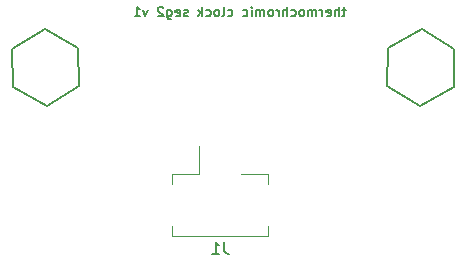
<source format=gbr>
G04 #@! TF.GenerationSoftware,KiCad,Pcbnew,(5.1.5)-3*
G04 #@! TF.CreationDate,2021-10-24T21:58:38+02:00*
G04 #@! TF.ProjectId,seg2,73656732-2e6b-4696-9361-645f70636258,1*
G04 #@! TF.SameCoordinates,Original*
G04 #@! TF.FileFunction,Legend,Bot*
G04 #@! TF.FilePolarity,Positive*
%FSLAX46Y46*%
G04 Gerber Fmt 4.6, Leading zero omitted, Abs format (unit mm)*
G04 Created by KiCad (PCBNEW (5.1.5)-3) date 2021-10-24 21:58:38*
%MOMM*%
%LPD*%
G04 APERTURE LIST*
%ADD10C,0.150000*%
%ADD11C,0.200000*%
%ADD12C,0.120000*%
%ADD13C,0.152400*%
%ADD14C,0.700000*%
G04 APERTURE END LIST*
D10*
X151109828Y-73132971D02*
X150805066Y-73132971D01*
X150995542Y-72866304D02*
X150995542Y-73552019D01*
X150957447Y-73628209D01*
X150881257Y-73666304D01*
X150805066Y-73666304D01*
X150538400Y-73666304D02*
X150538400Y-72866304D01*
X150195542Y-73666304D02*
X150195542Y-73247257D01*
X150233638Y-73171066D01*
X150309828Y-73132971D01*
X150424114Y-73132971D01*
X150500304Y-73171066D01*
X150538400Y-73209161D01*
X149509828Y-73628209D02*
X149586019Y-73666304D01*
X149738400Y-73666304D01*
X149814590Y-73628209D01*
X149852685Y-73552019D01*
X149852685Y-73247257D01*
X149814590Y-73171066D01*
X149738400Y-73132971D01*
X149586019Y-73132971D01*
X149509828Y-73171066D01*
X149471733Y-73247257D01*
X149471733Y-73323447D01*
X149852685Y-73399638D01*
X149128876Y-73666304D02*
X149128876Y-73132971D01*
X149128876Y-73285352D02*
X149090780Y-73209161D01*
X149052685Y-73171066D01*
X148976495Y-73132971D01*
X148900304Y-73132971D01*
X148633638Y-73666304D02*
X148633638Y-73132971D01*
X148633638Y-73209161D02*
X148595542Y-73171066D01*
X148519352Y-73132971D01*
X148405066Y-73132971D01*
X148328876Y-73171066D01*
X148290780Y-73247257D01*
X148290780Y-73666304D01*
X148290780Y-73247257D02*
X148252685Y-73171066D01*
X148176495Y-73132971D01*
X148062209Y-73132971D01*
X147986019Y-73171066D01*
X147947923Y-73247257D01*
X147947923Y-73666304D01*
X147452685Y-73666304D02*
X147528876Y-73628209D01*
X147566971Y-73590114D01*
X147605066Y-73513923D01*
X147605066Y-73285352D01*
X147566971Y-73209161D01*
X147528876Y-73171066D01*
X147452685Y-73132971D01*
X147338400Y-73132971D01*
X147262209Y-73171066D01*
X147224114Y-73209161D01*
X147186019Y-73285352D01*
X147186019Y-73513923D01*
X147224114Y-73590114D01*
X147262209Y-73628209D01*
X147338400Y-73666304D01*
X147452685Y-73666304D01*
X146500304Y-73628209D02*
X146576495Y-73666304D01*
X146728876Y-73666304D01*
X146805066Y-73628209D01*
X146843161Y-73590114D01*
X146881257Y-73513923D01*
X146881257Y-73285352D01*
X146843161Y-73209161D01*
X146805066Y-73171066D01*
X146728876Y-73132971D01*
X146576495Y-73132971D01*
X146500304Y-73171066D01*
X146157447Y-73666304D02*
X146157447Y-72866304D01*
X145814590Y-73666304D02*
X145814590Y-73247257D01*
X145852685Y-73171066D01*
X145928876Y-73132971D01*
X146043161Y-73132971D01*
X146119352Y-73171066D01*
X146157447Y-73209161D01*
X145433638Y-73666304D02*
X145433638Y-73132971D01*
X145433638Y-73285352D02*
X145395542Y-73209161D01*
X145357447Y-73171066D01*
X145281257Y-73132971D01*
X145205066Y-73132971D01*
X144824114Y-73666304D02*
X144900304Y-73628209D01*
X144938400Y-73590114D01*
X144976495Y-73513923D01*
X144976495Y-73285352D01*
X144938400Y-73209161D01*
X144900304Y-73171066D01*
X144824114Y-73132971D01*
X144709828Y-73132971D01*
X144633638Y-73171066D01*
X144595542Y-73209161D01*
X144557447Y-73285352D01*
X144557447Y-73513923D01*
X144595542Y-73590114D01*
X144633638Y-73628209D01*
X144709828Y-73666304D01*
X144824114Y-73666304D01*
X144214590Y-73666304D02*
X144214590Y-73132971D01*
X144214590Y-73209161D02*
X144176495Y-73171066D01*
X144100304Y-73132971D01*
X143986019Y-73132971D01*
X143909828Y-73171066D01*
X143871733Y-73247257D01*
X143871733Y-73666304D01*
X143871733Y-73247257D02*
X143833638Y-73171066D01*
X143757447Y-73132971D01*
X143643161Y-73132971D01*
X143566971Y-73171066D01*
X143528876Y-73247257D01*
X143528876Y-73666304D01*
X143147923Y-73666304D02*
X143147923Y-73132971D01*
X143147923Y-72866304D02*
X143186019Y-72904400D01*
X143147923Y-72942495D01*
X143109828Y-72904400D01*
X143147923Y-72866304D01*
X143147923Y-72942495D01*
X142424114Y-73628209D02*
X142500304Y-73666304D01*
X142652685Y-73666304D01*
X142728876Y-73628209D01*
X142766971Y-73590114D01*
X142805066Y-73513923D01*
X142805066Y-73285352D01*
X142766971Y-73209161D01*
X142728876Y-73171066D01*
X142652685Y-73132971D01*
X142500304Y-73132971D01*
X142424114Y-73171066D01*
X141128876Y-73628209D02*
X141205066Y-73666304D01*
X141357447Y-73666304D01*
X141433638Y-73628209D01*
X141471733Y-73590114D01*
X141509828Y-73513923D01*
X141509828Y-73285352D01*
X141471733Y-73209161D01*
X141433638Y-73171066D01*
X141357447Y-73132971D01*
X141205066Y-73132971D01*
X141128876Y-73171066D01*
X140671733Y-73666304D02*
X140747923Y-73628209D01*
X140786019Y-73552019D01*
X140786019Y-72866304D01*
X140252685Y-73666304D02*
X140328876Y-73628209D01*
X140366971Y-73590114D01*
X140405066Y-73513923D01*
X140405066Y-73285352D01*
X140366971Y-73209161D01*
X140328876Y-73171066D01*
X140252685Y-73132971D01*
X140138400Y-73132971D01*
X140062209Y-73171066D01*
X140024114Y-73209161D01*
X139986019Y-73285352D01*
X139986019Y-73513923D01*
X140024114Y-73590114D01*
X140062209Y-73628209D01*
X140138400Y-73666304D01*
X140252685Y-73666304D01*
X139300304Y-73628209D02*
X139376495Y-73666304D01*
X139528876Y-73666304D01*
X139605066Y-73628209D01*
X139643161Y-73590114D01*
X139681257Y-73513923D01*
X139681257Y-73285352D01*
X139643161Y-73209161D01*
X139605066Y-73171066D01*
X139528876Y-73132971D01*
X139376495Y-73132971D01*
X139300304Y-73171066D01*
X138957447Y-73666304D02*
X138957447Y-72866304D01*
X138881257Y-73361542D02*
X138652685Y-73666304D01*
X138652685Y-73132971D02*
X138957447Y-73437733D01*
X137738400Y-73628209D02*
X137662209Y-73666304D01*
X137509828Y-73666304D01*
X137433638Y-73628209D01*
X137395542Y-73552019D01*
X137395542Y-73513923D01*
X137433638Y-73437733D01*
X137509828Y-73399638D01*
X137624114Y-73399638D01*
X137700304Y-73361542D01*
X137738400Y-73285352D01*
X137738400Y-73247257D01*
X137700304Y-73171066D01*
X137624114Y-73132971D01*
X137509828Y-73132971D01*
X137433638Y-73171066D01*
X136747923Y-73628209D02*
X136824114Y-73666304D01*
X136976495Y-73666304D01*
X137052685Y-73628209D01*
X137090780Y-73552019D01*
X137090780Y-73247257D01*
X137052685Y-73171066D01*
X136976495Y-73132971D01*
X136824114Y-73132971D01*
X136747923Y-73171066D01*
X136709828Y-73247257D01*
X136709828Y-73323447D01*
X137090780Y-73399638D01*
X136024114Y-73132971D02*
X136024114Y-73780590D01*
X136062209Y-73856780D01*
X136100304Y-73894876D01*
X136176495Y-73932971D01*
X136290780Y-73932971D01*
X136366971Y-73894876D01*
X136024114Y-73628209D02*
X136100304Y-73666304D01*
X136252685Y-73666304D01*
X136328876Y-73628209D01*
X136366971Y-73590114D01*
X136405066Y-73513923D01*
X136405066Y-73285352D01*
X136366971Y-73209161D01*
X136328876Y-73171066D01*
X136252685Y-73132971D01*
X136100304Y-73132971D01*
X136024114Y-73171066D01*
X135681257Y-72942495D02*
X135643161Y-72904400D01*
X135566971Y-72866304D01*
X135376495Y-72866304D01*
X135300304Y-72904400D01*
X135262209Y-72942495D01*
X135224114Y-73018685D01*
X135224114Y-73094876D01*
X135262209Y-73209161D01*
X135719352Y-73666304D01*
X135224114Y-73666304D01*
X134347923Y-73132971D02*
X134157447Y-73666304D01*
X133966971Y-73132971D01*
X133243161Y-73666304D02*
X133700304Y-73666304D01*
X133471733Y-73666304D02*
X133471733Y-72866304D01*
X133547923Y-72980590D01*
X133624114Y-73056780D01*
X133700304Y-73094876D01*
D11*
X125657067Y-74800122D02*
X122894214Y-76479400D01*
X122967083Y-79711740D02*
X125802807Y-81264803D01*
X157561946Y-74800122D02*
X160324800Y-76479400D01*
X122894214Y-76479400D02*
X122967083Y-79711740D01*
X128492791Y-76353185D02*
X125657067Y-74800122D01*
X128565661Y-79585525D02*
X128492791Y-76353185D01*
X125802807Y-81264803D02*
X128565661Y-79585525D01*
X154726222Y-76353185D02*
X157561946Y-74800122D01*
X157416206Y-81264803D02*
X154653352Y-79585525D01*
X154653352Y-79585525D02*
X154726222Y-76353185D01*
X160251930Y-79711740D02*
X157416206Y-81264803D01*
X160324800Y-76479400D02*
X160251930Y-79711740D01*
D12*
X144585000Y-92260000D02*
X144585000Y-91410000D01*
X136415000Y-92260000D02*
X144585000Y-92260000D01*
X136415000Y-91410000D02*
X136415000Y-92260000D01*
X144585000Y-87040000D02*
X142260000Y-87040000D01*
X144585000Y-87890000D02*
X144585000Y-87040000D01*
X138740000Y-87040000D02*
X138740000Y-84650000D01*
X136415000Y-87040000D02*
X138740000Y-87040000D01*
X136415000Y-87890000D02*
X136415000Y-87040000D01*
D10*
X140833333Y-92802380D02*
X140833333Y-93516666D01*
X140880952Y-93659523D01*
X140976190Y-93754761D01*
X141119047Y-93802380D01*
X141214285Y-93802380D01*
X139833333Y-93802380D02*
X140404761Y-93802380D01*
X140119047Y-93802380D02*
X140119047Y-92802380D01*
X140214285Y-92945238D01*
X140309523Y-93040476D01*
X140404761Y-93088095D01*
%LPC*%
D13*
G36*
X144474504Y-88151204D02*
G01*
X144498773Y-88154804D01*
X144522571Y-88160765D01*
X144545671Y-88169030D01*
X144567849Y-88179520D01*
X144588893Y-88192133D01*
X144608598Y-88206747D01*
X144626777Y-88223223D01*
X144643253Y-88241402D01*
X144657867Y-88261107D01*
X144670480Y-88282151D01*
X144680970Y-88304329D01*
X144689235Y-88327429D01*
X144695196Y-88351227D01*
X144698796Y-88375496D01*
X144700000Y-88400000D01*
X144700000Y-90900000D01*
X144698796Y-90924504D01*
X144695196Y-90948773D01*
X144689235Y-90972571D01*
X144680970Y-90995671D01*
X144670480Y-91017849D01*
X144657867Y-91038893D01*
X144643253Y-91058598D01*
X144626777Y-91076777D01*
X144608598Y-91093253D01*
X144588893Y-91107867D01*
X144567849Y-91120480D01*
X144545671Y-91130970D01*
X144522571Y-91139235D01*
X144498773Y-91145196D01*
X144474504Y-91148796D01*
X144450000Y-91150000D01*
X143350000Y-91150000D01*
X143325496Y-91148796D01*
X143301227Y-91145196D01*
X143277429Y-91139235D01*
X143254329Y-91130970D01*
X143232151Y-91120480D01*
X143211107Y-91107867D01*
X143191402Y-91093253D01*
X143173223Y-91076777D01*
X143156747Y-91058598D01*
X143142133Y-91038893D01*
X143129520Y-91017849D01*
X143119030Y-90995671D01*
X143110765Y-90972571D01*
X143104804Y-90948773D01*
X143101204Y-90924504D01*
X143100000Y-90900000D01*
X143100000Y-88400000D01*
X143101204Y-88375496D01*
X143104804Y-88351227D01*
X143110765Y-88327429D01*
X143119030Y-88304329D01*
X143129520Y-88282151D01*
X143142133Y-88261107D01*
X143156747Y-88241402D01*
X143173223Y-88223223D01*
X143191402Y-88206747D01*
X143211107Y-88192133D01*
X143232151Y-88179520D01*
X143254329Y-88169030D01*
X143277429Y-88160765D01*
X143301227Y-88154804D01*
X143325496Y-88151204D01*
X143350000Y-88150000D01*
X144450000Y-88150000D01*
X144474504Y-88151204D01*
G37*
G36*
X137674504Y-88151204D02*
G01*
X137698773Y-88154804D01*
X137722571Y-88160765D01*
X137745671Y-88169030D01*
X137767849Y-88179520D01*
X137788893Y-88192133D01*
X137808598Y-88206747D01*
X137826777Y-88223223D01*
X137843253Y-88241402D01*
X137857867Y-88261107D01*
X137870480Y-88282151D01*
X137880970Y-88304329D01*
X137889235Y-88327429D01*
X137895196Y-88351227D01*
X137898796Y-88375496D01*
X137900000Y-88400000D01*
X137900000Y-90900000D01*
X137898796Y-90924504D01*
X137895196Y-90948773D01*
X137889235Y-90972571D01*
X137880970Y-90995671D01*
X137870480Y-91017849D01*
X137857867Y-91038893D01*
X137843253Y-91058598D01*
X137826777Y-91076777D01*
X137808598Y-91093253D01*
X137788893Y-91107867D01*
X137767849Y-91120480D01*
X137745671Y-91130970D01*
X137722571Y-91139235D01*
X137698773Y-91145196D01*
X137674504Y-91148796D01*
X137650000Y-91150000D01*
X136550000Y-91150000D01*
X136525496Y-91148796D01*
X136501227Y-91145196D01*
X136477429Y-91139235D01*
X136454329Y-91130970D01*
X136432151Y-91120480D01*
X136411107Y-91107867D01*
X136391402Y-91093253D01*
X136373223Y-91076777D01*
X136356747Y-91058598D01*
X136342133Y-91038893D01*
X136329520Y-91017849D01*
X136319030Y-90995671D01*
X136310765Y-90972571D01*
X136304804Y-90948773D01*
X136301204Y-90924504D01*
X136300000Y-90900000D01*
X136300000Y-88400000D01*
X136301204Y-88375496D01*
X136304804Y-88351227D01*
X136310765Y-88327429D01*
X136319030Y-88304329D01*
X136329520Y-88282151D01*
X136342133Y-88261107D01*
X136356747Y-88241402D01*
X136373223Y-88223223D01*
X136391402Y-88206747D01*
X136411107Y-88192133D01*
X136432151Y-88179520D01*
X136454329Y-88169030D01*
X136477429Y-88160765D01*
X136501227Y-88154804D01*
X136525496Y-88151204D01*
X136550000Y-88150000D01*
X137650000Y-88150000D01*
X137674504Y-88151204D01*
G37*
G36*
X141774504Y-84651204D02*
G01*
X141798773Y-84654804D01*
X141822571Y-84660765D01*
X141845671Y-84669030D01*
X141867849Y-84679520D01*
X141888893Y-84692133D01*
X141908598Y-84706747D01*
X141926777Y-84723223D01*
X141943253Y-84741402D01*
X141957867Y-84761107D01*
X141970480Y-84782151D01*
X141980970Y-84804329D01*
X141989235Y-84827429D01*
X141995196Y-84851227D01*
X141998796Y-84875496D01*
X142000000Y-84900000D01*
X142000000Y-89900000D01*
X141998796Y-89924504D01*
X141995196Y-89948773D01*
X141989235Y-89972571D01*
X141980970Y-89995671D01*
X141970480Y-90017849D01*
X141957867Y-90038893D01*
X141943253Y-90058598D01*
X141926777Y-90076777D01*
X141908598Y-90093253D01*
X141888893Y-90107867D01*
X141867849Y-90120480D01*
X141845671Y-90130970D01*
X141822571Y-90139235D01*
X141798773Y-90145196D01*
X141774504Y-90148796D01*
X141750000Y-90150000D01*
X141250000Y-90150000D01*
X141225496Y-90148796D01*
X141201227Y-90145196D01*
X141177429Y-90139235D01*
X141154329Y-90130970D01*
X141132151Y-90120480D01*
X141111107Y-90107867D01*
X141091402Y-90093253D01*
X141073223Y-90076777D01*
X141056747Y-90058598D01*
X141042133Y-90038893D01*
X141029520Y-90017849D01*
X141019030Y-89995671D01*
X141010765Y-89972571D01*
X141004804Y-89948773D01*
X141001204Y-89924504D01*
X141000000Y-89900000D01*
X141000000Y-84900000D01*
X141001204Y-84875496D01*
X141004804Y-84851227D01*
X141010765Y-84827429D01*
X141019030Y-84804329D01*
X141029520Y-84782151D01*
X141042133Y-84761107D01*
X141056747Y-84741402D01*
X141073223Y-84723223D01*
X141091402Y-84706747D01*
X141111107Y-84692133D01*
X141132151Y-84679520D01*
X141154329Y-84669030D01*
X141177429Y-84660765D01*
X141201227Y-84654804D01*
X141225496Y-84651204D01*
X141250000Y-84650000D01*
X141750000Y-84650000D01*
X141774504Y-84651204D01*
G37*
G36*
X139774504Y-84651204D02*
G01*
X139798773Y-84654804D01*
X139822571Y-84660765D01*
X139845671Y-84669030D01*
X139867849Y-84679520D01*
X139888893Y-84692133D01*
X139908598Y-84706747D01*
X139926777Y-84723223D01*
X139943253Y-84741402D01*
X139957867Y-84761107D01*
X139970480Y-84782151D01*
X139980970Y-84804329D01*
X139989235Y-84827429D01*
X139995196Y-84851227D01*
X139998796Y-84875496D01*
X140000000Y-84900000D01*
X140000000Y-89900000D01*
X139998796Y-89924504D01*
X139995196Y-89948773D01*
X139989235Y-89972571D01*
X139980970Y-89995671D01*
X139970480Y-90017849D01*
X139957867Y-90038893D01*
X139943253Y-90058598D01*
X139926777Y-90076777D01*
X139908598Y-90093253D01*
X139888893Y-90107867D01*
X139867849Y-90120480D01*
X139845671Y-90130970D01*
X139822571Y-90139235D01*
X139798773Y-90145196D01*
X139774504Y-90148796D01*
X139750000Y-90150000D01*
X139250000Y-90150000D01*
X139225496Y-90148796D01*
X139201227Y-90145196D01*
X139177429Y-90139235D01*
X139154329Y-90130970D01*
X139132151Y-90120480D01*
X139111107Y-90107867D01*
X139091402Y-90093253D01*
X139073223Y-90076777D01*
X139056747Y-90058598D01*
X139042133Y-90038893D01*
X139029520Y-90017849D01*
X139019030Y-89995671D01*
X139010765Y-89972571D01*
X139004804Y-89948773D01*
X139001204Y-89924504D01*
X139000000Y-89900000D01*
X139000000Y-84900000D01*
X139001204Y-84875496D01*
X139004804Y-84851227D01*
X139010765Y-84827429D01*
X139019030Y-84804329D01*
X139029520Y-84782151D01*
X139042133Y-84761107D01*
X139056747Y-84741402D01*
X139073223Y-84723223D01*
X139091402Y-84706747D01*
X139111107Y-84692133D01*
X139132151Y-84679520D01*
X139154329Y-84669030D01*
X139177429Y-84660765D01*
X139201227Y-84654804D01*
X139225496Y-84651204D01*
X139250000Y-84650000D01*
X139750000Y-84650000D01*
X139774504Y-84651204D01*
G37*
D14*
X166610047Y-78062990D03*
X116546222Y-78318961D03*
M02*

</source>
